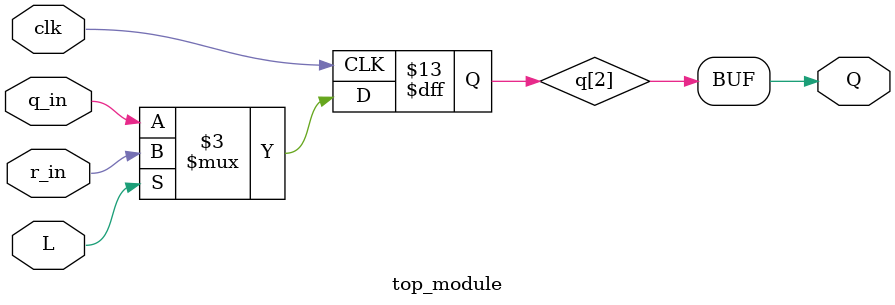
<source format=v>
module top_module (
	input clk,
	input L,
	input r_in,
	input q_in,
	output reg Q);
    
    wire q[2:0];
    always @ (posedge clk)
        if (L) begin
            q[0] = r_in;
            q[1] = r_in;
            q[2] = r_in;
        end
        else begin
            q[0] = q_in;
            q[1] = q_in;
            q[2] = q_in;
        end
    assign Q = q[2];

endmodule

</source>
